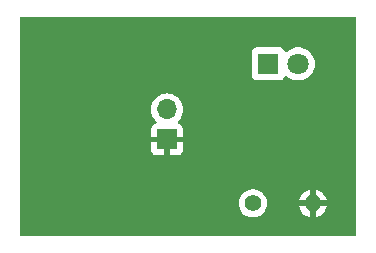
<source format=gbr>
%TF.GenerationSoftware,KiCad,Pcbnew,8.0.5*%
%TF.CreationDate,2025-01-04T02:07:05+01:00*%
%TF.ProjectId,Design_udemy_1,44657369-676e-45f7-9564-656d795f312e,rev?*%
%TF.SameCoordinates,Original*%
%TF.FileFunction,Copper,L2,Bot*%
%TF.FilePolarity,Positive*%
%FSLAX46Y46*%
G04 Gerber Fmt 4.6, Leading zero omitted, Abs format (unit mm)*
G04 Created by KiCad (PCBNEW 8.0.5) date 2025-01-04 02:07:05*
%MOMM*%
%LPD*%
G01*
G04 APERTURE LIST*
%TA.AperFunction,ComponentPad*%
%ADD10C,1.400000*%
%TD*%
%TA.AperFunction,ComponentPad*%
%ADD11O,1.400000X1.400000*%
%TD*%
%TA.AperFunction,ComponentPad*%
%ADD12R,1.700000X1.700000*%
%TD*%
%TA.AperFunction,ComponentPad*%
%ADD13O,1.700000X1.700000*%
%TD*%
%TA.AperFunction,ComponentPad*%
%ADD14R,1.800000X1.800000*%
%TD*%
%TA.AperFunction,ComponentPad*%
%ADD15C,1.800000*%
%TD*%
G04 APERTURE END LIST*
D10*
%TO.P,R1,1*%
%TO.N,Net-(D1-K)*%
X96060000Y-81500000D03*
D11*
%TO.P,R1,2*%
%TO.N,GND*%
X101140000Y-81500000D03*
%TD*%
D12*
%TO.P,J1,1,Pin_1*%
%TO.N,GND*%
X88800000Y-76100000D03*
D13*
%TO.P,J1,2,Pin_2*%
%TO.N,VDD*%
X88800000Y-73560000D03*
%TD*%
D14*
%TO.P,D1,1,K*%
%TO.N,Net-(D1-K)*%
X97360000Y-69700000D03*
D15*
%TO.P,D1,2,A*%
%TO.N,VDD*%
X99900000Y-69700000D03*
%TD*%
%TA.AperFunction,Conductor*%
%TO.N,GND*%
G36*
X104742539Y-65720185D02*
G01*
X104788294Y-65772989D01*
X104799500Y-65824500D01*
X104799500Y-84175500D01*
X104779815Y-84242539D01*
X104727011Y-84288294D01*
X104675500Y-84299500D01*
X76424500Y-84299500D01*
X76357461Y-84279815D01*
X76311706Y-84227011D01*
X76300500Y-84175500D01*
X76300500Y-81499999D01*
X94854357Y-81499999D01*
X94854357Y-81500000D01*
X94874884Y-81721535D01*
X94874885Y-81721537D01*
X94935769Y-81935523D01*
X94935775Y-81935538D01*
X95034938Y-82134683D01*
X95034943Y-82134691D01*
X95169020Y-82312238D01*
X95333437Y-82462123D01*
X95333439Y-82462125D01*
X95522595Y-82579245D01*
X95522596Y-82579245D01*
X95522599Y-82579247D01*
X95730060Y-82659618D01*
X95948757Y-82700500D01*
X95948759Y-82700500D01*
X96171241Y-82700500D01*
X96171243Y-82700500D01*
X96389940Y-82659618D01*
X96597401Y-82579247D01*
X96786562Y-82462124D01*
X96950981Y-82312236D01*
X97085058Y-82134689D01*
X97184229Y-81935528D01*
X97237016Y-81750000D01*
X99963505Y-81750000D01*
X100016239Y-81935349D01*
X100115368Y-82134425D01*
X100249391Y-82311900D01*
X100413738Y-82461721D01*
X100602820Y-82578797D01*
X100602822Y-82578798D01*
X100810195Y-82659135D01*
X100890000Y-82674052D01*
X101390000Y-82674052D01*
X101469804Y-82659135D01*
X101677177Y-82578798D01*
X101677179Y-82578797D01*
X101866261Y-82461721D01*
X102030608Y-82311900D01*
X102164631Y-82134425D01*
X102263760Y-81935349D01*
X102316495Y-81750000D01*
X101390000Y-81750000D01*
X101390000Y-82674052D01*
X100890000Y-82674052D01*
X100890000Y-81750000D01*
X99963505Y-81750000D01*
X97237016Y-81750000D01*
X97245115Y-81721536D01*
X97265643Y-81500000D01*
X97261373Y-81453922D01*
X100790000Y-81453922D01*
X100790000Y-81546078D01*
X100813852Y-81635095D01*
X100859930Y-81714905D01*
X100925095Y-81780070D01*
X101004905Y-81826148D01*
X101093922Y-81850000D01*
X101186078Y-81850000D01*
X101275095Y-81826148D01*
X101354905Y-81780070D01*
X101420070Y-81714905D01*
X101466148Y-81635095D01*
X101490000Y-81546078D01*
X101490000Y-81453922D01*
X101466148Y-81364905D01*
X101420070Y-81285095D01*
X101384975Y-81250000D01*
X101390000Y-81250000D01*
X102316495Y-81250000D01*
X102263760Y-81064650D01*
X102164631Y-80865574D01*
X102030608Y-80688099D01*
X101866261Y-80538278D01*
X101677179Y-80421202D01*
X101677177Y-80421201D01*
X101469799Y-80340864D01*
X101390000Y-80325946D01*
X101390000Y-81250000D01*
X101384975Y-81250000D01*
X101354905Y-81219930D01*
X101275095Y-81173852D01*
X101186078Y-81150000D01*
X101093922Y-81150000D01*
X101004905Y-81173852D01*
X100925095Y-81219930D01*
X100859930Y-81285095D01*
X100813852Y-81364905D01*
X100790000Y-81453922D01*
X97261373Y-81453922D01*
X97245115Y-81278464D01*
X97237016Y-81250000D01*
X99963505Y-81250000D01*
X100890000Y-81250000D01*
X100890000Y-80325946D01*
X100810200Y-80340864D01*
X100602822Y-80421201D01*
X100602820Y-80421202D01*
X100413738Y-80538278D01*
X100249391Y-80688099D01*
X100115368Y-80865574D01*
X100016239Y-81064650D01*
X99963505Y-81250000D01*
X97237016Y-81250000D01*
X97184229Y-81064472D01*
X97085189Y-80865574D01*
X97085061Y-80865316D01*
X97085056Y-80865308D01*
X96950979Y-80687761D01*
X96786562Y-80537876D01*
X96786560Y-80537874D01*
X96597404Y-80420754D01*
X96597398Y-80420752D01*
X96389940Y-80340382D01*
X96171243Y-80299500D01*
X95948757Y-80299500D01*
X95730060Y-80340382D01*
X95598864Y-80391207D01*
X95522601Y-80420752D01*
X95522595Y-80420754D01*
X95333439Y-80537874D01*
X95333437Y-80537876D01*
X95169020Y-80687761D01*
X95034943Y-80865308D01*
X95034938Y-80865316D01*
X94935775Y-81064461D01*
X94935769Y-81064476D01*
X94874885Y-81278462D01*
X94874884Y-81278464D01*
X94854357Y-81499999D01*
X76300500Y-81499999D01*
X76300500Y-73559999D01*
X87444341Y-73559999D01*
X87444341Y-73560000D01*
X87464936Y-73795403D01*
X87464938Y-73795413D01*
X87526094Y-74023655D01*
X87526096Y-74023659D01*
X87526097Y-74023663D01*
X87625965Y-74237830D01*
X87625967Y-74237834D01*
X87734281Y-74392521D01*
X87761501Y-74431396D01*
X87761506Y-74431402D01*
X87883818Y-74553714D01*
X87917303Y-74615037D01*
X87912319Y-74684729D01*
X87870447Y-74740662D01*
X87839471Y-74757577D01*
X87707912Y-74806646D01*
X87707906Y-74806649D01*
X87592812Y-74892809D01*
X87592809Y-74892812D01*
X87506649Y-75007906D01*
X87506645Y-75007913D01*
X87456403Y-75142620D01*
X87456401Y-75142627D01*
X87450000Y-75202155D01*
X87450000Y-75850000D01*
X88366988Y-75850000D01*
X88334075Y-75907007D01*
X88300000Y-76034174D01*
X88300000Y-76165826D01*
X88334075Y-76292993D01*
X88366988Y-76350000D01*
X87450000Y-76350000D01*
X87450000Y-76997844D01*
X87456401Y-77057372D01*
X87456403Y-77057379D01*
X87506645Y-77192086D01*
X87506649Y-77192093D01*
X87592809Y-77307187D01*
X87592812Y-77307190D01*
X87707906Y-77393350D01*
X87707913Y-77393354D01*
X87842620Y-77443596D01*
X87842627Y-77443598D01*
X87902155Y-77449999D01*
X87902172Y-77450000D01*
X88550000Y-77450000D01*
X88550000Y-76533012D01*
X88607007Y-76565925D01*
X88734174Y-76600000D01*
X88865826Y-76600000D01*
X88992993Y-76565925D01*
X89050000Y-76533012D01*
X89050000Y-77450000D01*
X89697828Y-77450000D01*
X89697844Y-77449999D01*
X89757372Y-77443598D01*
X89757379Y-77443596D01*
X89892086Y-77393354D01*
X89892093Y-77393350D01*
X90007187Y-77307190D01*
X90007190Y-77307187D01*
X90093350Y-77192093D01*
X90093354Y-77192086D01*
X90143596Y-77057379D01*
X90143598Y-77057372D01*
X90149999Y-76997844D01*
X90150000Y-76997827D01*
X90150000Y-76350000D01*
X89233012Y-76350000D01*
X89265925Y-76292993D01*
X89300000Y-76165826D01*
X89300000Y-76034174D01*
X89265925Y-75907007D01*
X89233012Y-75850000D01*
X90150000Y-75850000D01*
X90150000Y-75202172D01*
X90149999Y-75202155D01*
X90143598Y-75142627D01*
X90143596Y-75142620D01*
X90093354Y-75007913D01*
X90093350Y-75007906D01*
X90007190Y-74892812D01*
X90007187Y-74892809D01*
X89892093Y-74806649D01*
X89892088Y-74806646D01*
X89760528Y-74757577D01*
X89704595Y-74715705D01*
X89680178Y-74650241D01*
X89695030Y-74581968D01*
X89716175Y-74553720D01*
X89838495Y-74431401D01*
X89974035Y-74237830D01*
X90073903Y-74023663D01*
X90135063Y-73795408D01*
X90155659Y-73560000D01*
X90135063Y-73324592D01*
X90073903Y-73096337D01*
X89974035Y-72882171D01*
X89838495Y-72688599D01*
X89838494Y-72688597D01*
X89671402Y-72521506D01*
X89671395Y-72521501D01*
X89477834Y-72385967D01*
X89477830Y-72385965D01*
X89477828Y-72385964D01*
X89263663Y-72286097D01*
X89263659Y-72286096D01*
X89263655Y-72286094D01*
X89035413Y-72224938D01*
X89035403Y-72224936D01*
X88800001Y-72204341D01*
X88799999Y-72204341D01*
X88564596Y-72224936D01*
X88564586Y-72224938D01*
X88336344Y-72286094D01*
X88336335Y-72286098D01*
X88122171Y-72385964D01*
X88122169Y-72385965D01*
X87928597Y-72521505D01*
X87761505Y-72688597D01*
X87625965Y-72882169D01*
X87625964Y-72882171D01*
X87526098Y-73096335D01*
X87526094Y-73096344D01*
X87464938Y-73324586D01*
X87464936Y-73324596D01*
X87444341Y-73559999D01*
X76300500Y-73559999D01*
X76300500Y-68752135D01*
X95959500Y-68752135D01*
X95959500Y-70647870D01*
X95959501Y-70647876D01*
X95965908Y-70707483D01*
X96016202Y-70842328D01*
X96016206Y-70842335D01*
X96102452Y-70957544D01*
X96102455Y-70957547D01*
X96217664Y-71043793D01*
X96217671Y-71043797D01*
X96352517Y-71094091D01*
X96352516Y-71094091D01*
X96359444Y-71094835D01*
X96412127Y-71100500D01*
X98307872Y-71100499D01*
X98367483Y-71094091D01*
X98502331Y-71043796D01*
X98617546Y-70957546D01*
X98703796Y-70842331D01*
X98732455Y-70765493D01*
X98774326Y-70709559D01*
X98839790Y-70685141D01*
X98908063Y-70699992D01*
X98939866Y-70724843D01*
X98947302Y-70732920D01*
X98948215Y-70733912D01*
X98948222Y-70733918D01*
X99131365Y-70876464D01*
X99131371Y-70876468D01*
X99131374Y-70876470D01*
X99335497Y-70986936D01*
X99449487Y-71026068D01*
X99555015Y-71062297D01*
X99555017Y-71062297D01*
X99555019Y-71062298D01*
X99783951Y-71100500D01*
X99783952Y-71100500D01*
X100016048Y-71100500D01*
X100016049Y-71100500D01*
X100244981Y-71062298D01*
X100464503Y-70986936D01*
X100668626Y-70876470D01*
X100851784Y-70733913D01*
X101008979Y-70563153D01*
X101135924Y-70368849D01*
X101229157Y-70156300D01*
X101286134Y-69931305D01*
X101305300Y-69700000D01*
X101305300Y-69699993D01*
X101286135Y-69468702D01*
X101286133Y-69468691D01*
X101229157Y-69243699D01*
X101135924Y-69031151D01*
X101008983Y-68836852D01*
X101008980Y-68836849D01*
X101008979Y-68836847D01*
X100851784Y-68666087D01*
X100851779Y-68666083D01*
X100851777Y-68666081D01*
X100668634Y-68523535D01*
X100668628Y-68523531D01*
X100464504Y-68413064D01*
X100464495Y-68413061D01*
X100244984Y-68337702D01*
X100054450Y-68305908D01*
X100016049Y-68299500D01*
X99783951Y-68299500D01*
X99745550Y-68305908D01*
X99555015Y-68337702D01*
X99335504Y-68413061D01*
X99335495Y-68413064D01*
X99131371Y-68523531D01*
X99131365Y-68523535D01*
X98948222Y-68666081D01*
X98948218Y-68666085D01*
X98939866Y-68675158D01*
X98879979Y-68711148D01*
X98810141Y-68709047D01*
X98752525Y-68669522D01*
X98732455Y-68634507D01*
X98703797Y-68557671D01*
X98703793Y-68557664D01*
X98617547Y-68442455D01*
X98617544Y-68442452D01*
X98502335Y-68356206D01*
X98502328Y-68356202D01*
X98367482Y-68305908D01*
X98367483Y-68305908D01*
X98307883Y-68299501D01*
X98307881Y-68299500D01*
X98307873Y-68299500D01*
X98307864Y-68299500D01*
X96412129Y-68299500D01*
X96412123Y-68299501D01*
X96352516Y-68305908D01*
X96217671Y-68356202D01*
X96217664Y-68356206D01*
X96102455Y-68442452D01*
X96102452Y-68442455D01*
X96016206Y-68557664D01*
X96016202Y-68557671D01*
X95965908Y-68692517D01*
X95959501Y-68752116D01*
X95959500Y-68752135D01*
X76300500Y-68752135D01*
X76300500Y-65824500D01*
X76320185Y-65757461D01*
X76372989Y-65711706D01*
X76424500Y-65700500D01*
X104675500Y-65700500D01*
X104742539Y-65720185D01*
G37*
%TD.AperFunction*%
%TD*%
M02*

</source>
